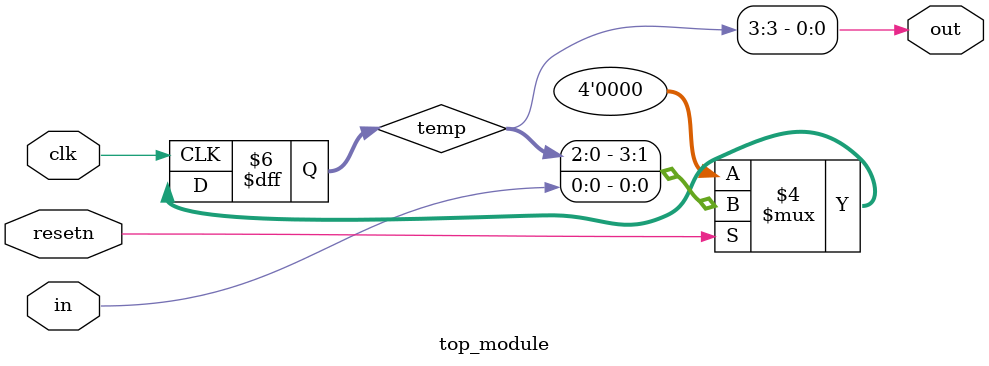
<source format=v>
module top_module (
    input clk,
    input resetn,   // synchronous reset
    input in,
    output out);

    reg [3:0] temp;
    
    always@(posedge clk )begin
        if(!resetn) temp <= 0;
    	else  temp <= {temp[2:0], in};
    end
    
	assign out = temp[3];
endmodule

</source>
